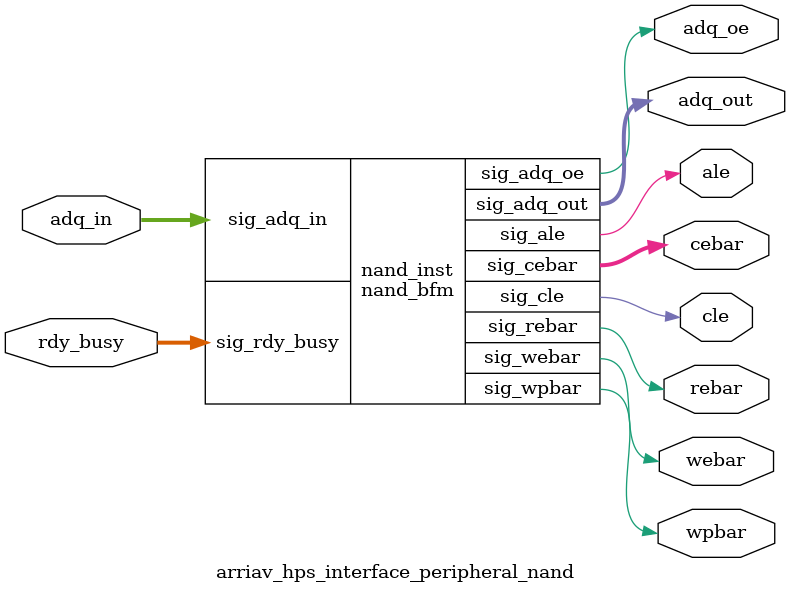
<source format=sv>


module nand_bfm
(
   sig_adq_in,
   sig_rdy_busy,
   sig_wpbar,
   sig_adq_out,
   sig_ale,
   sig_adq_oe,
   sig_rebar,
   sig_cle,
   sig_cebar,
   sig_webar
);

   //--------------------------------------------------------------------------
   // =head1 PINS 
   // =head2 User defined interface
   //--------------------------------------------------------------------------
   input [7 : 0] sig_adq_in;
   input [3 : 0] sig_rdy_busy;
   output sig_wpbar;
   output [7 : 0] sig_adq_out;
   output sig_ale;
   output sig_adq_oe;
   output sig_rebar;
   output sig_cle;
   output [3 : 0] sig_cebar;
   output sig_webar;

   // synthesis translate_off
   import verbosity_pkg::*;
   
   typedef logic [7 : 0] ROLE_adq_in_t;
   typedef logic [3 : 0] ROLE_rdy_busy_t;
   typedef logic ROLE_wpbar_t;
   typedef logic [7 : 0] ROLE_adq_out_t;
   typedef logic ROLE_ale_t;
   typedef logic ROLE_adq_oe_t;
   typedef logic ROLE_rebar_t;
   typedef logic ROLE_cle_t;
   typedef logic [3 : 0] ROLE_cebar_t;
   typedef logic ROLE_webar_t;

   logic [7 : 0] adq_in_in;
   logic [7 : 0] adq_in_local;
   logic [3 : 0] rdy_busy_in;
   logic [3 : 0] rdy_busy_local;
   reg wpbar_temp;
   reg wpbar_out;
   reg [7 : 0] adq_out_temp;
   reg [7 : 0] adq_out_out;
   reg ale_temp;
   reg ale_out;
   reg adq_oe_temp;
   reg adq_oe_out;
   reg rebar_temp;
   reg rebar_out;
   reg cle_temp;
   reg cle_out;
   reg [3 : 0] cebar_temp;
   reg [3 : 0] cebar_out;
   reg webar_temp;
   reg webar_out;

   //--------------------------------------------------------------------------
   // =head1 Public Methods API
   // =pod
   // This section describes the public methods in the application programming
   // interface (API). The application program interface provides methods for 
   // a testbench which instantiates, controls and queries state in this BFM 
   // component. Test programs must only use these public access methods and 
   // events to communicate with this BFM component. The API and module pins
   // are the only interfaces of this component that are guaranteed to be
   // stable. The API will be maintained for the life of the product. 
   // While we cannot prevent a test program from directly accessing internal
   // tasks, functions, or data private to the BFM, there is no guarantee that
   // these will be present in the future. In fact, it is best for the user
   // to assume that the underlying implementation of this component can 
   // and will change.
   // =cut
   //--------------------------------------------------------------------------
   
   event signal_input_adq_in_change;
   event signal_input_rdy_busy_change;
   
   function automatic string get_version();  // public
      // Return BFM version string. For example, version 9.1 sp1 is "9.1sp1" 
      string ret_version = "12.1";
      return ret_version;
   endfunction

   // -------------------------------------------------------
   // adq_in
   // -------------------------------------------------------
   function automatic ROLE_adq_in_t get_adq_in();
   
      // Gets the adq_in input value.
      $sformat(message, "%m: called get_adq_in");
      print(VERBOSITY_DEBUG, message);
      return adq_in_in;
      
   endfunction

   // -------------------------------------------------------
   // rdy_busy
   // -------------------------------------------------------
   function automatic ROLE_rdy_busy_t get_rdy_busy();
   
      // Gets the rdy_busy input value.
      $sformat(message, "%m: called get_rdy_busy");
      print(VERBOSITY_DEBUG, message);
      return rdy_busy_in;
      
   endfunction

   // -------------------------------------------------------
   // wpbar
   // -------------------------------------------------------

   function automatic void set_wpbar (
      ROLE_wpbar_t new_value
   );
      // Drive the new value to wpbar.
      
      $sformat(message, "%m: method called arg0 %0d", new_value); 
      print(VERBOSITY_DEBUG, message);
      
      wpbar_temp = new_value;
   endfunction

   // -------------------------------------------------------
   // adq_out
   // -------------------------------------------------------

   function automatic void set_adq_out (
      ROLE_adq_out_t new_value
   );
      // Drive the new value to adq_out.
      
      $sformat(message, "%m: method called arg0 %0d", new_value); 
      print(VERBOSITY_DEBUG, message);
      
      adq_out_temp = new_value;
   endfunction

   // -------------------------------------------------------
   // ale
   // -------------------------------------------------------

   function automatic void set_ale (
      ROLE_ale_t new_value
   );
      // Drive the new value to ale.
      
      $sformat(message, "%m: method called arg0 %0d", new_value); 
      print(VERBOSITY_DEBUG, message);
      
      ale_temp = new_value;
   endfunction

   // -------------------------------------------------------
   // adq_oe
   // -------------------------------------------------------

   function automatic void set_adq_oe (
      ROLE_adq_oe_t new_value
   );
      // Drive the new value to adq_oe.
      
      $sformat(message, "%m: method called arg0 %0d", new_value); 
      print(VERBOSITY_DEBUG, message);
      
      adq_oe_temp = new_value;
   endfunction

   // -------------------------------------------------------
   // rebar
   // -------------------------------------------------------

   function automatic void set_rebar (
      ROLE_rebar_t new_value
   );
      // Drive the new value to rebar.
      
      $sformat(message, "%m: method called arg0 %0d", new_value); 
      print(VERBOSITY_DEBUG, message);
      
      rebar_temp = new_value;
   endfunction

   // -------------------------------------------------------
   // cle
   // -------------------------------------------------------

   function automatic void set_cle (
      ROLE_cle_t new_value
   );
      // Drive the new value to cle.
      
      $sformat(message, "%m: method called arg0 %0d", new_value); 
      print(VERBOSITY_DEBUG, message);
      
      cle_temp = new_value;
   endfunction

   // -------------------------------------------------------
   // cebar
   // -------------------------------------------------------

   function automatic void set_cebar (
      ROLE_cebar_t new_value
   );
      // Drive the new value to cebar.
      
      $sformat(message, "%m: method called arg0 %0d", new_value); 
      print(VERBOSITY_DEBUG, message);
      
      cebar_temp = new_value;
   endfunction

   // -------------------------------------------------------
   // webar
   // -------------------------------------------------------

   function automatic void set_webar (
      ROLE_webar_t new_value
   );
      // Drive the new value to webar.
      
      $sformat(message, "%m: method called arg0 %0d", new_value); 
      print(VERBOSITY_DEBUG, message);
      
      webar_temp = new_value;
   endfunction

   assign adq_in_in = sig_adq_in;
   assign rdy_busy_in = sig_rdy_busy;
   assign sig_wpbar = wpbar_temp;
   assign sig_adq_out = adq_out_temp;
   assign sig_ale = ale_temp;
   assign sig_adq_oe = adq_oe_temp;
   assign sig_rebar = rebar_temp;
   assign sig_cle = cle_temp;
   assign sig_cebar = cebar_temp;
   assign sig_webar = webar_temp;


   always @(adq_in_in) begin
      if (adq_in_local != adq_in_in)
         -> signal_input_adq_in_change;
      adq_in_local = adq_in_in;
   end
   
   always @(rdy_busy_in) begin
      if (rdy_busy_local != rdy_busy_in)
         -> signal_input_rdy_busy_change;
      rdy_busy_local = rdy_busy_in;
   end
   


// synthesis translate_on

endmodule

module cyclonev_hps_interface_peripheral_nand (
   input  wire [7:0] adq_in,
   input  wire [3:0] rdy_busy,
   output wire       wpbar,
   output wire [7:0] adq_out,
   output wire       ale,
   output wire       adq_oe,
   output wire       rebar,
   output wire       cle,
   output wire [3:0] cebar,
   output wire       webar
);

   nand_bfm nand_inst (
      .sig_adq_in(adq_in),
      .sig_rdy_busy(rdy_busy),
      .sig_wpbar(wpbar),
      .sig_adq_out(adq_out),
      .sig_ale(ale),
      .sig_adq_oe(adq_oe),
      .sig_rebar(rebar),
      .sig_cle(cle),
      .sig_cebar(cebar),
      .sig_webar(webar)
   );

endmodule 

module arriav_hps_interface_peripheral_nand (
   input  wire [7:0] adq_in,
   input  wire [3:0] rdy_busy,
   output wire       wpbar,
   output wire [7:0] adq_out,
   output wire       ale,
   output wire       adq_oe,
   output wire       rebar,
   output wire       cle,
   output wire [3:0] cebar,
   output wire       webar
);

   nand_bfm nand_inst (
      .sig_adq_in(adq_in),
      .sig_rdy_busy(rdy_busy),
      .sig_wpbar(wpbar),
      .sig_adq_out(adq_out),
      .sig_ale(ale),
      .sig_adq_oe(adq_oe),
      .sig_rebar(rebar),
      .sig_cle(cle),
      .sig_cebar(cebar),
      .sig_webar(webar)
   );

endmodule 
</source>
